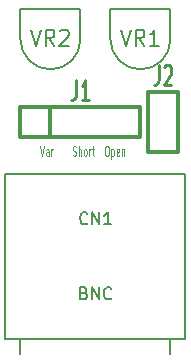
<source format=gto>
G04 (created by PCBNEW (2013-jul-07)-stable) date Mon 27 Jan 2014 06:07:48 NZDT*
%MOIN*%
G04 Gerber Fmt 3.4, Leading zero omitted, Abs format*
%FSLAX34Y34*%
G01*
G70*
G90*
G04 APERTURE LIST*
%ADD10C,0.00590551*%
%ADD11C,0.00393701*%
%ADD12C,0.012*%
%ADD13C,0.008*%
%ADD14C,0.0107*%
G04 APERTURE END LIST*
G54D10*
G54D11*
X23154Y-11053D02*
X23220Y-11383D01*
X23286Y-11053D01*
X23436Y-11383D02*
X23436Y-11210D01*
X23426Y-11179D01*
X23407Y-11163D01*
X23370Y-11163D01*
X23351Y-11179D01*
X23436Y-11367D02*
X23417Y-11383D01*
X23370Y-11383D01*
X23351Y-11367D01*
X23342Y-11336D01*
X23342Y-11305D01*
X23351Y-11273D01*
X23370Y-11257D01*
X23417Y-11257D01*
X23436Y-11242D01*
X23529Y-11383D02*
X23529Y-11163D01*
X23529Y-11226D02*
X23539Y-11195D01*
X23548Y-11179D01*
X23567Y-11163D01*
X23586Y-11163D01*
X24242Y-11367D02*
X24270Y-11383D01*
X24317Y-11383D01*
X24335Y-11367D01*
X24345Y-11352D01*
X24354Y-11320D01*
X24354Y-11289D01*
X24345Y-11257D01*
X24335Y-11242D01*
X24317Y-11226D01*
X24279Y-11210D01*
X24260Y-11195D01*
X24251Y-11179D01*
X24242Y-11147D01*
X24242Y-11116D01*
X24251Y-11085D01*
X24260Y-11069D01*
X24279Y-11053D01*
X24326Y-11053D01*
X24354Y-11069D01*
X24439Y-11383D02*
X24439Y-11053D01*
X24523Y-11383D02*
X24523Y-11210D01*
X24514Y-11179D01*
X24495Y-11163D01*
X24467Y-11163D01*
X24448Y-11179D01*
X24439Y-11195D01*
X24645Y-11383D02*
X24626Y-11367D01*
X24617Y-11352D01*
X24607Y-11320D01*
X24607Y-11226D01*
X24617Y-11195D01*
X24626Y-11179D01*
X24645Y-11163D01*
X24673Y-11163D01*
X24692Y-11179D01*
X24701Y-11195D01*
X24710Y-11226D01*
X24710Y-11320D01*
X24701Y-11352D01*
X24692Y-11367D01*
X24673Y-11383D01*
X24645Y-11383D01*
X24795Y-11383D02*
X24795Y-11163D01*
X24795Y-11226D02*
X24804Y-11195D01*
X24814Y-11179D01*
X24832Y-11163D01*
X24851Y-11163D01*
X24889Y-11163D02*
X24964Y-11163D01*
X24917Y-11053D02*
X24917Y-11336D01*
X24926Y-11367D01*
X24945Y-11383D01*
X24964Y-11383D01*
X25367Y-11053D02*
X25404Y-11053D01*
X25423Y-11069D01*
X25442Y-11100D01*
X25451Y-11163D01*
X25451Y-11273D01*
X25442Y-11336D01*
X25423Y-11367D01*
X25404Y-11383D01*
X25367Y-11383D01*
X25348Y-11367D01*
X25329Y-11336D01*
X25320Y-11273D01*
X25320Y-11163D01*
X25329Y-11100D01*
X25348Y-11069D01*
X25367Y-11053D01*
X25535Y-11163D02*
X25535Y-11493D01*
X25535Y-11179D02*
X25554Y-11163D01*
X25592Y-11163D01*
X25610Y-11179D01*
X25620Y-11195D01*
X25629Y-11226D01*
X25629Y-11320D01*
X25620Y-11352D01*
X25610Y-11367D01*
X25592Y-11383D01*
X25554Y-11383D01*
X25535Y-11367D01*
X25788Y-11367D02*
X25770Y-11383D01*
X25732Y-11383D01*
X25713Y-11367D01*
X25704Y-11336D01*
X25704Y-11210D01*
X25713Y-11179D01*
X25732Y-11163D01*
X25770Y-11163D01*
X25788Y-11179D01*
X25798Y-11210D01*
X25798Y-11242D01*
X25704Y-11273D01*
X25882Y-11163D02*
X25882Y-11383D01*
X25882Y-11195D02*
X25892Y-11179D01*
X25910Y-11163D01*
X25938Y-11163D01*
X25957Y-11179D01*
X25967Y-11210D01*
X25967Y-11383D01*
G54D10*
X22500Y-18000D02*
X22500Y-17500D01*
X27500Y-17500D02*
X27500Y-18000D01*
X22500Y-12000D02*
X22000Y-12000D01*
X22000Y-12000D02*
X22000Y-17500D01*
X22000Y-17500D02*
X28000Y-17500D01*
X28000Y-17500D02*
X28000Y-17000D01*
X22153Y-12000D02*
X28000Y-12000D01*
X28000Y-12000D02*
X28000Y-17314D01*
X27500Y-7500D02*
X27500Y-6500D01*
X27500Y-6500D02*
X25500Y-6500D01*
X25500Y-6500D02*
X25500Y-7500D01*
X25500Y-7500D02*
G75*
G03X26500Y-8500I1000J0D01*
G74*
G01*
X26500Y-8500D02*
G75*
G03X27500Y-7500I0J1000D01*
G74*
G01*
X24500Y-7500D02*
X24500Y-6500D01*
X24500Y-6500D02*
X22500Y-6500D01*
X22500Y-6500D02*
X22500Y-7500D01*
X22500Y-7500D02*
G75*
G03X23500Y-8500I1000J0D01*
G74*
G01*
X23500Y-8500D02*
G75*
G03X24500Y-7500I0J1000D01*
G74*
G01*
G54D12*
X22500Y-9750D02*
X22500Y-9750D01*
X22500Y-10750D02*
X22500Y-9750D01*
X22500Y-9750D02*
X22500Y-9750D01*
X22500Y-9750D02*
X26500Y-9750D01*
X26500Y-9750D02*
X26500Y-10750D01*
X26500Y-10750D02*
X22500Y-10750D01*
X23500Y-10750D02*
X23500Y-9750D01*
X26750Y-9250D02*
X27750Y-9250D01*
X27750Y-9250D02*
X27750Y-11250D01*
X27750Y-11250D02*
X26750Y-11250D01*
X26750Y-11250D02*
X26750Y-9250D01*
G54D10*
X24728Y-13621D02*
X24709Y-13640D01*
X24653Y-13659D01*
X24615Y-13659D01*
X24559Y-13640D01*
X24521Y-13603D01*
X24503Y-13565D01*
X24484Y-13490D01*
X24484Y-13434D01*
X24503Y-13359D01*
X24521Y-13321D01*
X24559Y-13284D01*
X24615Y-13265D01*
X24653Y-13265D01*
X24709Y-13284D01*
X24728Y-13303D01*
X24896Y-13659D02*
X24896Y-13265D01*
X25121Y-13659D01*
X25121Y-13265D01*
X25515Y-13659D02*
X25290Y-13659D01*
X25403Y-13659D02*
X25403Y-13265D01*
X25365Y-13321D01*
X25328Y-13359D01*
X25290Y-13378D01*
X24625Y-15953D02*
X24681Y-15971D01*
X24700Y-15990D01*
X24718Y-16028D01*
X24718Y-16084D01*
X24700Y-16121D01*
X24681Y-16140D01*
X24643Y-16159D01*
X24493Y-16159D01*
X24493Y-15765D01*
X24625Y-15765D01*
X24662Y-15784D01*
X24681Y-15803D01*
X24700Y-15840D01*
X24700Y-15878D01*
X24681Y-15915D01*
X24662Y-15934D01*
X24625Y-15953D01*
X24493Y-15953D01*
X24887Y-16159D02*
X24887Y-15765D01*
X25112Y-16159D01*
X25112Y-15765D01*
X25524Y-16121D02*
X25506Y-16140D01*
X25449Y-16159D01*
X25412Y-16159D01*
X25356Y-16140D01*
X25318Y-16103D01*
X25299Y-16065D01*
X25281Y-15990D01*
X25281Y-15934D01*
X25299Y-15859D01*
X25318Y-15821D01*
X25356Y-15784D01*
X25412Y-15765D01*
X25449Y-15765D01*
X25506Y-15784D01*
X25524Y-15803D01*
G54D13*
X25845Y-7172D02*
X26011Y-7722D01*
X26178Y-7172D01*
X26630Y-7722D02*
X26464Y-7460D01*
X26345Y-7722D02*
X26345Y-7172D01*
X26535Y-7172D01*
X26583Y-7198D01*
X26607Y-7225D01*
X26630Y-7277D01*
X26630Y-7355D01*
X26607Y-7408D01*
X26583Y-7434D01*
X26535Y-7460D01*
X26345Y-7460D01*
X27107Y-7722D02*
X26821Y-7722D01*
X26964Y-7722D02*
X26964Y-7172D01*
X26916Y-7251D01*
X26869Y-7303D01*
X26821Y-7329D01*
X22845Y-7172D02*
X23011Y-7722D01*
X23178Y-7172D01*
X23630Y-7722D02*
X23464Y-7460D01*
X23345Y-7722D02*
X23345Y-7172D01*
X23535Y-7172D01*
X23583Y-7198D01*
X23607Y-7225D01*
X23630Y-7277D01*
X23630Y-7355D01*
X23607Y-7408D01*
X23583Y-7434D01*
X23535Y-7460D01*
X23345Y-7460D01*
X23821Y-7225D02*
X23845Y-7198D01*
X23892Y-7172D01*
X24011Y-7172D01*
X24059Y-7198D01*
X24083Y-7225D01*
X24107Y-7277D01*
X24107Y-7329D01*
X24083Y-7408D01*
X23797Y-7722D01*
X24107Y-7722D01*
G54D14*
X24357Y-8843D02*
X24357Y-9331D01*
X24336Y-9428D01*
X24296Y-9493D01*
X24235Y-9526D01*
X24194Y-9526D01*
X24785Y-9526D02*
X24540Y-9526D01*
X24663Y-9526D02*
X24663Y-8843D01*
X24622Y-8941D01*
X24581Y-9006D01*
X24540Y-9038D01*
G54D12*
G54D14*
X27107Y-8344D02*
X27107Y-8831D01*
X27086Y-8928D01*
X27046Y-8993D01*
X26985Y-9025D01*
X26944Y-9025D01*
X27290Y-8409D02*
X27311Y-8377D01*
X27351Y-8344D01*
X27453Y-8344D01*
X27494Y-8377D01*
X27514Y-8409D01*
X27535Y-8474D01*
X27535Y-8539D01*
X27514Y-8636D01*
X27270Y-9025D01*
X27535Y-9025D01*
G54D12*
M02*

</source>
